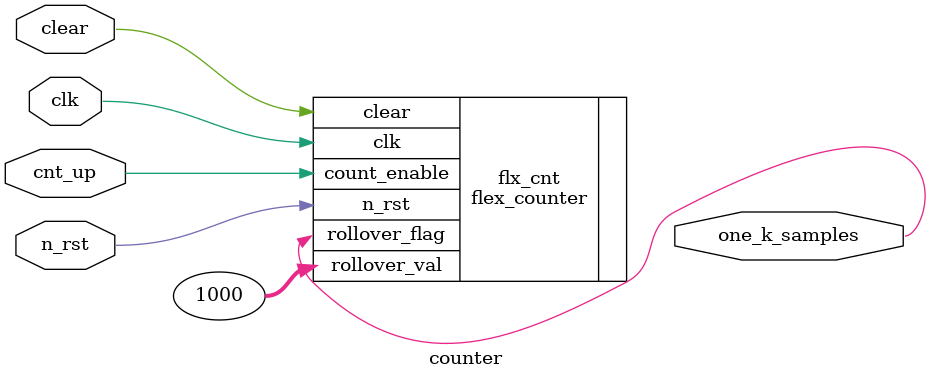
<source format=sv>
module counter(clk, n_rst, cnt_up, clear, one_k_samples);
    input wire clk, n_rst, cnt_up, clear;
    output reg one_k_samples;
    localparam NUM_BITS = 12;
    localparam VAL = 1000;
    flex_counter #(NUM_BITS) flx_cnt (
        .clk(clk), .n_rst(n_rst), 
        .clear(clear), .count_enable(cnt_up), 
        .rollover_val(VAL), .rollover_flag(one_k_samples)
    );
endmodule
</source>
